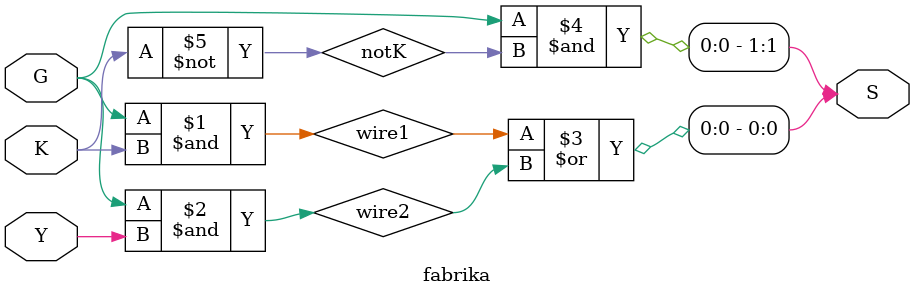
<source format=v>
module fabrika(
    input G,
    input Y,
    input K,
    output [1:0] S
);

//S[0] = G.K + G.Y
wire wire1;
and (wire1,G,K);

wire wire2;
and (wire2,G,Y);

or (S[0],wire1,wire2);

//S[1] = G.K'
wire notK;
not (notK,K);

and (S[1],G,notK);

endmodule
</source>
